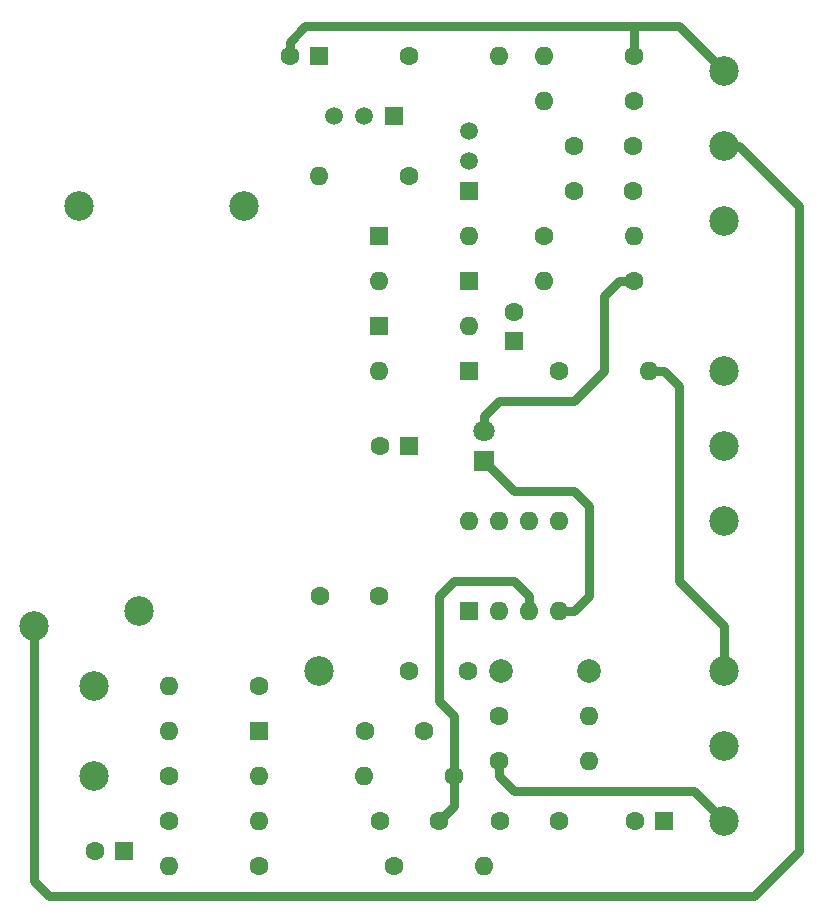
<source format=gbr>
G04 #@! TF.FileFunction,Copper,L1,Top,Signal*
%FSLAX46Y46*%
G04 Gerber Fmt 4.6, Leading zero omitted, Abs format (unit mm)*
G04 Created by KiCad (PCBNEW 4.0.6) date 08/31/17 07:48:38*
%MOMM*%
%LPD*%
G01*
G04 APERTURE LIST*
%ADD10C,0.100000*%
%ADD11R,1.600000X1.600000*%
%ADD12O,1.600000X1.600000*%
%ADD13R,1.800000X1.800000*%
%ADD14C,1.800000*%
%ADD15C,1.520000*%
%ADD16R,1.520000X1.520000*%
%ADD17C,2.000000*%
%ADD18C,2.500000*%
%ADD19C,1.600000*%
%ADD20C,0.800000*%
G04 APERTURE END LIST*
D10*
D11*
X106680000Y-110490000D03*
D12*
X99060000Y-110490000D03*
D11*
X116840000Y-76200000D03*
D12*
X124460000Y-76200000D03*
D11*
X124460000Y-80010000D03*
D12*
X116840000Y-80010000D03*
D11*
X116840000Y-68580000D03*
D12*
X124460000Y-68580000D03*
D11*
X124460000Y-72390000D03*
D12*
X116840000Y-72390000D03*
D13*
X125730000Y-87630000D03*
D14*
X125730000Y-85090000D03*
D15*
X115570000Y-58420000D03*
X113030000Y-58420000D03*
D16*
X118110000Y-58420000D03*
D15*
X124460000Y-62230000D03*
X124460000Y-59690000D03*
D16*
X124460000Y-64770000D03*
D17*
X134620000Y-105410000D03*
X127120000Y-105410000D03*
D11*
X124460000Y-100330000D03*
D12*
X132080000Y-92710000D03*
X127000000Y-100330000D03*
X129540000Y-92710000D03*
X129540000Y-100330000D03*
X127000000Y-92710000D03*
X132080000Y-100330000D03*
X124460000Y-92710000D03*
D18*
X105410000Y-66040000D03*
X91440000Y-66040000D03*
X96520000Y-100330000D03*
X92710000Y-114300000D03*
X92710000Y-106680000D03*
X111760000Y-105410000D03*
X87630000Y-101600000D03*
X146050000Y-118110000D03*
X146050000Y-111760000D03*
X146050000Y-105410000D03*
X146050000Y-92710000D03*
X146050000Y-86360000D03*
X146050000Y-80010000D03*
X146050000Y-67310000D03*
X146050000Y-60960000D03*
X146050000Y-54610000D03*
D19*
X106680000Y-106680000D03*
D12*
X99060000Y-106680000D03*
D19*
X99060000Y-114300000D03*
D12*
X106680000Y-114300000D03*
D19*
X106680000Y-121920000D03*
D12*
X99060000Y-121920000D03*
D19*
X99060000Y-118110000D03*
D12*
X106680000Y-118110000D03*
D19*
X123190000Y-114300000D03*
D12*
X115570000Y-114300000D03*
D19*
X127000000Y-109220000D03*
D12*
X134620000Y-109220000D03*
D19*
X127000000Y-113030000D03*
D12*
X134620000Y-113030000D03*
D19*
X132080000Y-80010000D03*
D12*
X139700000Y-80010000D03*
D19*
X130810000Y-68580000D03*
D12*
X138430000Y-68580000D03*
D19*
X138430000Y-57150000D03*
D12*
X130810000Y-57150000D03*
D19*
X119380000Y-53340000D03*
D12*
X127000000Y-53340000D03*
D19*
X118110000Y-121920000D03*
D12*
X125730000Y-121920000D03*
D19*
X119380000Y-63500000D03*
D12*
X111760000Y-63500000D03*
D19*
X138430000Y-72390000D03*
D12*
X130810000Y-72390000D03*
D19*
X138430000Y-53340000D03*
D12*
X130810000Y-53340000D03*
D11*
X119380000Y-86360000D03*
D19*
X116880000Y-86360000D03*
X120650000Y-110490000D03*
X115650000Y-110490000D03*
X121920000Y-118110000D03*
X116920000Y-118110000D03*
D11*
X140970000Y-118110000D03*
D19*
X138470000Y-118110000D03*
X132080000Y-118110000D03*
X127080000Y-118110000D03*
X119380000Y-105410000D03*
X124380000Y-105410000D03*
D11*
X128270000Y-77470000D03*
D19*
X128270000Y-74970000D03*
X116840000Y-99060000D03*
X111840000Y-99060000D03*
X133350000Y-64770000D03*
X138350000Y-64770000D03*
X133350000Y-60960000D03*
X138350000Y-60960000D03*
D11*
X111760000Y-53340000D03*
D19*
X109260000Y-53340000D03*
D11*
X95250000Y-120650000D03*
D19*
X92750000Y-120650000D03*
D20*
X134620000Y-91440000D02*
X133350000Y-90170000D01*
X132080000Y-100330000D02*
X133350000Y-100330000D01*
X134620000Y-99060000D02*
X133350000Y-100330000D01*
X134620000Y-91440000D02*
X134620000Y-99060000D01*
X128270000Y-90170000D02*
X125730000Y-87630000D01*
X133350000Y-90170000D02*
X128270000Y-90170000D01*
X123190000Y-114300000D02*
X123190000Y-116840000D01*
X123190000Y-116840000D02*
X121920000Y-118110000D01*
X123190000Y-114300000D02*
X123190000Y-109220000D01*
X121920000Y-99060000D02*
X123190000Y-97790000D01*
X123190000Y-97790000D02*
X128270000Y-97790000D01*
X128270000Y-97790000D02*
X129540000Y-99060000D01*
X129540000Y-99060000D02*
X129540000Y-100330000D01*
X121920000Y-107950000D02*
X123190000Y-109220000D01*
X121920000Y-100330000D02*
X121920000Y-107950000D01*
X121920000Y-100330000D02*
X121920000Y-99060000D01*
X139700000Y-80010000D02*
X140970000Y-80010000D01*
X146050000Y-101600000D02*
X146050000Y-105410000D01*
X142240000Y-97790000D02*
X146050000Y-101600000D01*
X142240000Y-81280000D02*
X142240000Y-97790000D01*
X140970000Y-80010000D02*
X142240000Y-81280000D01*
X139700000Y-115570000D02*
X143510000Y-115570000D01*
X127000000Y-113030000D02*
X127000000Y-114300000D01*
X128270000Y-115570000D02*
X139700000Y-115570000D01*
X127000000Y-114300000D02*
X128270000Y-115570000D01*
X143510000Y-115570000D02*
X146050000Y-118110000D01*
X140970000Y-50800000D02*
X142240000Y-50800000D01*
X138430000Y-50800000D02*
X140970000Y-50800000D01*
X142240000Y-50800000D02*
X146050000Y-54610000D01*
X138430000Y-53340000D02*
X138430000Y-50800000D01*
X109260000Y-53340000D02*
X109260000Y-52110000D01*
X110570000Y-50800000D02*
X138430000Y-50800000D01*
X109260000Y-52110000D02*
X110570000Y-50800000D01*
X130810000Y-82550000D02*
X127000000Y-82550000D01*
X135890000Y-80010000D02*
X133350000Y-82550000D01*
X133350000Y-82550000D02*
X130810000Y-82550000D01*
X138430000Y-72390000D02*
X137160000Y-72390000D01*
X135890000Y-73660000D02*
X137160000Y-72390000D01*
X135890000Y-73660000D02*
X135890000Y-80010000D01*
X125730000Y-83820000D02*
X125730000Y-85090000D01*
X127000000Y-82550000D02*
X125730000Y-83820000D01*
X148590000Y-124460000D02*
X88900000Y-124460000D01*
X87630000Y-101600000D02*
X87630000Y-120650000D01*
X152400000Y-120650000D02*
X148590000Y-124460000D01*
X152400000Y-68580000D02*
X152400000Y-66040000D01*
X152400000Y-119380000D02*
X152400000Y-68580000D01*
X152400000Y-66040000D02*
X147320000Y-60960000D01*
X152400000Y-119380000D02*
X152400000Y-120650000D01*
X87630000Y-123190000D02*
X87630000Y-120650000D01*
X88900000Y-124460000D02*
X87630000Y-123190000D01*
X147320000Y-60960000D02*
X146050000Y-60960000D01*
M02*

</source>
